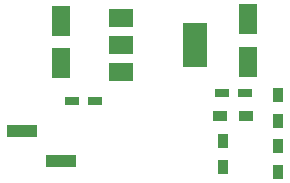
<source format=gbr>
G04 #@! TF.GenerationSoftware,KiCad,Pcbnew,(5.1.2)-2*
G04 #@! TF.CreationDate,2023-04-24T21:20:06-05:00*
G04 #@! TF.ProjectId,nrf24l01breakout,6e726632-346c-4303-9162-7265616b6f75,V0.1*
G04 #@! TF.SameCoordinates,Original*
G04 #@! TF.FileFunction,Paste,Top*
G04 #@! TF.FilePolarity,Positive*
%FSLAX46Y46*%
G04 Gerber Fmt 4.6, Leading zero omitted, Abs format (unit mm)*
G04 Created by KiCad (PCBNEW (5.1.2)-2) date 2023-04-24 21:20:06*
%MOMM*%
%LPD*%
G04 APERTURE LIST*
%ADD10R,1.600000X2.600000*%
%ADD11R,1.200000X0.750000*%
%ADD12R,0.900000X1.200000*%
%ADD13R,2.510000X1.000000*%
%ADD14R,1.200000X0.900000*%
%ADD15R,2.000000X1.500000*%
%ADD16R,2.000000X3.800000*%
G04 APERTURE END LIST*
D10*
X121285000Y-85725000D03*
X121285000Y-82125000D03*
D11*
X122240000Y-88900000D03*
X124140000Y-88900000D03*
D10*
X137160000Y-82020000D03*
X137160000Y-85620000D03*
D11*
X136840000Y-88265000D03*
X134940000Y-88265000D03*
D12*
X139700000Y-94910000D03*
X139700000Y-92710000D03*
X139700000Y-88435000D03*
X139700000Y-90635000D03*
D13*
X117979000Y-91440000D03*
X121289000Y-93980000D03*
D12*
X135001000Y-94488000D03*
X135001000Y-92288000D03*
D14*
X136990000Y-90170000D03*
X134790000Y-90170000D03*
D15*
X126390000Y-81875000D03*
X126390000Y-86475000D03*
X126390000Y-84175000D03*
D16*
X132690000Y-84175000D03*
M02*

</source>
